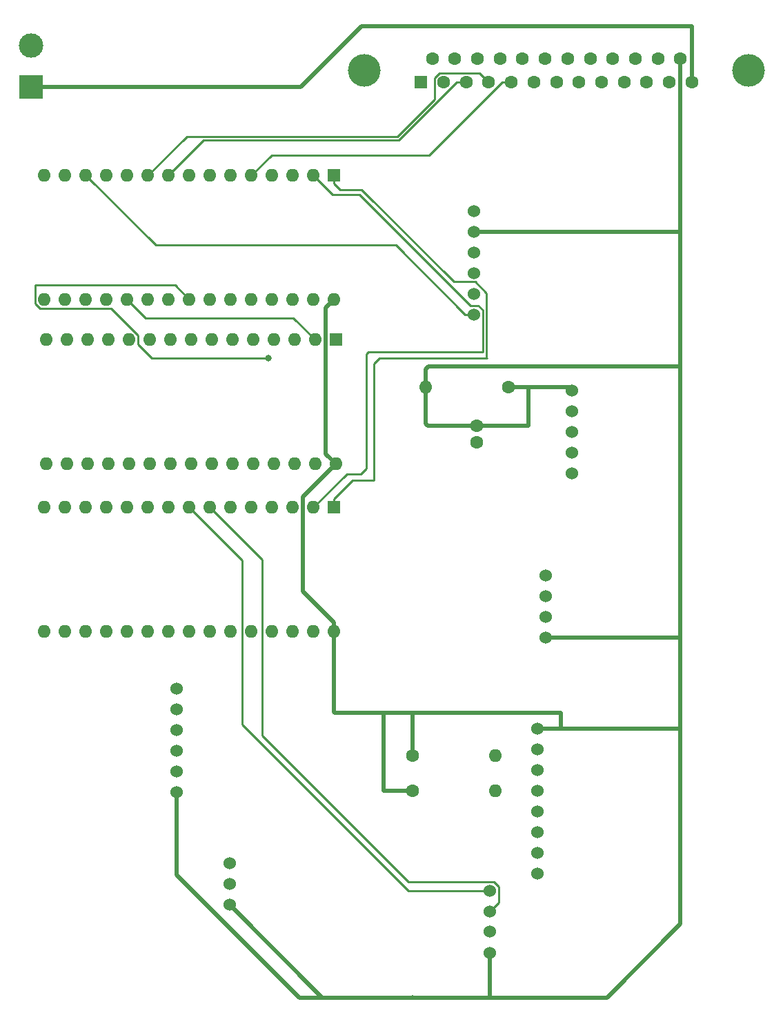
<source format=gbr>
G04 #@! TF.GenerationSoftware,KiCad,Pcbnew,(5.1.0)-1*
G04 #@! TF.CreationDate,2019-05-30T15:11:01+01:00*
G04 #@! TF.ProjectId,Eco-PCB-Final,45636f2d-5043-4422-9d46-696e616c2e6b,rev?*
G04 #@! TF.SameCoordinates,Original*
G04 #@! TF.FileFunction,Copper,L2,Bot*
G04 #@! TF.FilePolarity,Positive*
%FSLAX46Y46*%
G04 Gerber Fmt 4.6, Leading zero omitted, Abs format (unit mm)*
G04 Created by KiCad (PCBNEW (5.1.0)-1) date 2019-05-30 15:11:01*
%MOMM*%
%LPD*%
G04 APERTURE LIST*
%ADD10C,1.600000*%
%ADD11O,1.600000X1.600000*%
%ADD12C,1.524000*%
%ADD13R,1.600000X1.600000*%
%ADD14C,4.000000*%
%ADD15R,3.000000X3.000000*%
%ADD16C,3.000000*%
%ADD17C,0.800000*%
%ADD18C,0.250000*%
%ADD19C,0.508000*%
G04 APERTURE END LIST*
D10*
X127762000Y-73628000D03*
X127762000Y-71628000D03*
D11*
X121475500Y-66929000D03*
D10*
X131635500Y-66929000D03*
D12*
X127415000Y-45275500D03*
X127415000Y-47815500D03*
X127415000Y-50355500D03*
X127415000Y-52895500D03*
X127415000Y-55435500D03*
X127415000Y-57975500D03*
X129349500Y-128714500D03*
X129349500Y-131254500D03*
X129349500Y-133724500D03*
X129349500Y-136334500D03*
X139436500Y-67310000D03*
X139436500Y-69850000D03*
X139436500Y-72390000D03*
X139436500Y-74930000D03*
X139436500Y-77470000D03*
D10*
X119824500Y-112141000D03*
D11*
X129984500Y-112141000D03*
D10*
X119824500Y-116459000D03*
D11*
X129984500Y-116459000D03*
D12*
X97447000Y-127889000D03*
X97447000Y-130429000D03*
X97447000Y-125349000D03*
D13*
X120904000Y-29464000D03*
D10*
X123674000Y-29464000D03*
X126444000Y-29464000D03*
X129214000Y-29464000D03*
X131984000Y-29464000D03*
X134754000Y-29464000D03*
X137524000Y-29464000D03*
X140294000Y-29464000D03*
X143064000Y-29464000D03*
X145834000Y-29464000D03*
X148604000Y-29464000D03*
X151374000Y-29464000D03*
X154144000Y-29464000D03*
X122289000Y-26624000D03*
X125059000Y-26624000D03*
X127829000Y-26624000D03*
X130599000Y-26624000D03*
X133369000Y-26624000D03*
X136139000Y-26624000D03*
X138909000Y-26624000D03*
X141679000Y-26624000D03*
X144449000Y-26624000D03*
X147219000Y-26624000D03*
X149989000Y-26624000D03*
X152759000Y-26624000D03*
D14*
X161074000Y-28044000D03*
X113974000Y-28044000D03*
D13*
X110426500Y-61087000D03*
D11*
X77406500Y-76327000D03*
X107886500Y-61087000D03*
X79946500Y-76327000D03*
X105346500Y-61087000D03*
X82486500Y-76327000D03*
X102806500Y-61087000D03*
X85026500Y-76327000D03*
X100266500Y-61087000D03*
X87566500Y-76327000D03*
X97726500Y-61087000D03*
X90106500Y-76327000D03*
X95186500Y-61087000D03*
X92646500Y-76327000D03*
X92646500Y-61087000D03*
X95186500Y-76327000D03*
X90106500Y-61087000D03*
X97726500Y-76327000D03*
X87566500Y-61087000D03*
X100266500Y-76327000D03*
X85026500Y-61087000D03*
X102806500Y-76327000D03*
X82486500Y-61087000D03*
X105346500Y-76327000D03*
X79946500Y-61087000D03*
X107886500Y-76327000D03*
X77406500Y-61087000D03*
X110426500Y-76327000D03*
X74866500Y-61087000D03*
X74866500Y-76327000D03*
D12*
X90932000Y-116586000D03*
X90932000Y-114046000D03*
X90932000Y-111506000D03*
X90932000Y-108966000D03*
X90932000Y-106426000D03*
X90932000Y-103886000D03*
D13*
X110236000Y-81661000D03*
D11*
X77216000Y-96901000D03*
X107696000Y-81661000D03*
X79756000Y-96901000D03*
X105156000Y-81661000D03*
X82296000Y-96901000D03*
X102616000Y-81661000D03*
X84836000Y-96901000D03*
X100076000Y-81661000D03*
X87376000Y-96901000D03*
X97536000Y-81661000D03*
X89916000Y-96901000D03*
X94996000Y-81661000D03*
X92456000Y-96901000D03*
X92456000Y-81661000D03*
X94996000Y-96901000D03*
X89916000Y-81661000D03*
X97536000Y-96901000D03*
X87376000Y-81661000D03*
X100076000Y-96901000D03*
X84836000Y-81661000D03*
X102616000Y-96901000D03*
X82296000Y-81661000D03*
X105156000Y-96901000D03*
X79756000Y-81661000D03*
X107696000Y-96901000D03*
X77216000Y-81661000D03*
X110236000Y-96901000D03*
X74676000Y-81661000D03*
X74676000Y-96901000D03*
D12*
X136209500Y-89979500D03*
X136209500Y-92519500D03*
X136209500Y-95059500D03*
X136209500Y-97599500D03*
X135186000Y-108839000D03*
X135186000Y-111379000D03*
X135186000Y-113919000D03*
X135186000Y-116459000D03*
X135186000Y-118999000D03*
X135186000Y-121539000D03*
X135186000Y-124079000D03*
X135186000Y-126619000D03*
D11*
X74676000Y-56134000D03*
X74676000Y-40894000D03*
X110236000Y-56134000D03*
X77216000Y-40894000D03*
X107696000Y-56134000D03*
X79756000Y-40894000D03*
X105156000Y-56134000D03*
X82296000Y-40894000D03*
X102616000Y-56134000D03*
X84836000Y-40894000D03*
X100076000Y-56134000D03*
X87376000Y-40894000D03*
X97536000Y-56134000D03*
X89916000Y-40894000D03*
X94996000Y-56134000D03*
X92456000Y-40894000D03*
X92456000Y-56134000D03*
X94996000Y-40894000D03*
X89916000Y-56134000D03*
X97536000Y-40894000D03*
X87376000Y-56134000D03*
X100076000Y-40894000D03*
X84836000Y-56134000D03*
X102616000Y-40894000D03*
X82296000Y-56134000D03*
X105156000Y-40894000D03*
X79756000Y-56134000D03*
X107696000Y-40894000D03*
X77216000Y-56134000D03*
D13*
X110236000Y-40894000D03*
D15*
X73025000Y-30035500D03*
D16*
X73025000Y-24955500D03*
D17*
X102171500Y-63373000D03*
D18*
X73550999Y-56674001D02*
X73550999Y-54401501D01*
X87897500Y-63373000D02*
X86151501Y-61627001D01*
X102171500Y-63373000D02*
X87897500Y-63373000D01*
X86151501Y-61627001D02*
X86151501Y-60546999D01*
X86151501Y-60546999D02*
X82863503Y-57259001D01*
X82863503Y-57259001D02*
X74135999Y-57259001D01*
X74135999Y-57259001D02*
X73550999Y-56674001D01*
X90723501Y-54401501D02*
X92456000Y-56134000D01*
X73550999Y-54401501D02*
X90723501Y-54401501D01*
D19*
X73025000Y-30035500D02*
X106172000Y-30035500D01*
X106172000Y-30035500D02*
X113601500Y-22606000D01*
X119888000Y-141795500D02*
X108813500Y-141795500D01*
X108813500Y-141795500D02*
X97447000Y-130429000D01*
X110426500Y-76327000D02*
X109172499Y-75072999D01*
X110236000Y-95769630D02*
X106410001Y-91943631D01*
X152759000Y-47793500D02*
X152759000Y-26624000D01*
X106410001Y-91943631D02*
X106410001Y-80343499D01*
X109626501Y-77126999D02*
X110426500Y-76327000D01*
X140017500Y-108839000D02*
X152717500Y-108839000D01*
X152717500Y-108839000D02*
X152759000Y-108880500D01*
X152759000Y-132800500D02*
X143764000Y-141795500D01*
X152759000Y-58715500D02*
X152759000Y-47793500D01*
X152759000Y-97704500D02*
X152759000Y-108880500D01*
X109172499Y-75072999D02*
X109172499Y-57197501D01*
X127415000Y-47815500D02*
X152737000Y-47815500D01*
X129349500Y-141795500D02*
X119888000Y-141795500D01*
X109172499Y-57197501D02*
X109436001Y-56933999D01*
X143764000Y-141795500D02*
X129349500Y-141795500D01*
X129349500Y-136334500D02*
X129349500Y-137412130D01*
X119824500Y-141732000D02*
X119888000Y-141795500D01*
X90932000Y-126746000D02*
X105981500Y-141795500D01*
X152759000Y-108880500D02*
X152759000Y-132800500D01*
X129349500Y-137412130D02*
X129349500Y-141795500D01*
X109436001Y-56933999D02*
X110236000Y-56134000D01*
X106410001Y-80343499D02*
X109626501Y-77126999D01*
X152759000Y-61382500D02*
X152759000Y-58715500D01*
X110236000Y-96901000D02*
X110236000Y-95769630D01*
X105981500Y-141795500D02*
X108813500Y-141795500D01*
X90932000Y-116586000D02*
X90932000Y-126746000D01*
X152654000Y-97599500D02*
X152759000Y-97704500D01*
X136209500Y-97599500D02*
X152654000Y-97599500D01*
X152737000Y-47815500D02*
X152759000Y-47793500D01*
X152759000Y-97704500D02*
X152759000Y-67141500D01*
X110236000Y-106807000D02*
X110236000Y-96901000D01*
X110299500Y-106870500D02*
X110236000Y-106807000D01*
X119824500Y-106997500D02*
X119951500Y-106870500D01*
X119824500Y-112141000D02*
X119824500Y-106997500D01*
X138049000Y-106870500D02*
X119951500Y-106870500D01*
X116332000Y-116395500D02*
X116332000Y-106870500D01*
X116395500Y-116459000D02*
X116332000Y-116395500D01*
X119824500Y-116459000D02*
X116395500Y-116459000D01*
X119951500Y-106870500D02*
X116332000Y-106870500D01*
X116332000Y-106870500D02*
X110299500Y-106870500D01*
X138049000Y-108775500D02*
X138112500Y-108839000D01*
X138049000Y-106870500D02*
X138049000Y-108775500D01*
X135186000Y-108839000D02*
X138112500Y-108839000D01*
X138112500Y-108839000D02*
X140017500Y-108839000D01*
X113601500Y-22606000D02*
X154178000Y-22606000D01*
X154144000Y-22640000D02*
X154144000Y-29464000D01*
X154178000Y-22606000D02*
X154144000Y-22640000D01*
X152759000Y-64367000D02*
X121815000Y-64367000D01*
X152759000Y-64367000D02*
X152759000Y-61382500D01*
X152759000Y-67141500D02*
X152759000Y-64367000D01*
X121475500Y-64706500D02*
X121475500Y-66929000D01*
X121815000Y-64367000D02*
X121475500Y-64706500D01*
X139055500Y-66929000D02*
X139436500Y-67310000D01*
X121729500Y-71628000D02*
X127762000Y-71628000D01*
X121475500Y-66929000D02*
X121475500Y-71374000D01*
X121475500Y-71374000D02*
X121729500Y-71628000D01*
X134048500Y-66992500D02*
X133985000Y-66929000D01*
X134048500Y-71628000D02*
X134048500Y-66992500D01*
X127762000Y-71628000D02*
X134048500Y-71628000D01*
X131635500Y-66929000D02*
X133985000Y-66929000D01*
X133985000Y-66929000D02*
X139055500Y-66929000D01*
D18*
X93255999Y-82460999D02*
X92456000Y-81661000D01*
X98950999Y-88155999D02*
X93255999Y-82460999D01*
X98950999Y-108285499D02*
X98950999Y-88155999D01*
X119380000Y-128714500D02*
X98950999Y-108285499D01*
X129349500Y-128714500D02*
X119380000Y-128714500D01*
X129349500Y-131254500D02*
X130436501Y-130167499D01*
X101391501Y-109646501D02*
X101391501Y-88056501D01*
X130436501Y-128192739D02*
X129871261Y-127627499D01*
X119372499Y-127627499D02*
X101391501Y-109646501D01*
X130436501Y-130167499D02*
X130436501Y-128192739D01*
X95795999Y-82460999D02*
X94996000Y-81661000D01*
X129871261Y-127627499D02*
X119372499Y-127627499D01*
X101391501Y-88056501D02*
X95795999Y-82460999D01*
X127570763Y-53982501D02*
X124912001Y-53982501D01*
X128952010Y-55363748D02*
X127570763Y-53982501D01*
X110964000Y-42672000D02*
X110236000Y-41944000D01*
X113601500Y-42672000D02*
X110964000Y-42672000D01*
X124912001Y-53982501D02*
X113601500Y-42672000D01*
X110236000Y-41944000D02*
X110236000Y-40894000D01*
X128952010Y-63293010D02*
X128952010Y-62785010D01*
X128968500Y-63309500D02*
X128952010Y-63293010D01*
X115824000Y-63309500D02*
X128968500Y-63309500D01*
X115125500Y-64008000D02*
X115824000Y-63309500D01*
X128952010Y-62785010D02*
X128952010Y-55363748D01*
X128952010Y-62944990D02*
X128952010Y-62785010D01*
X110236000Y-81661000D02*
X110236000Y-80611000D01*
X110236000Y-80611000D02*
X112488000Y-78359000D01*
X112488000Y-78359000D02*
X115125500Y-78359000D01*
X115125500Y-78359000D02*
X115125500Y-64008000D01*
X126972297Y-56888499D02*
X113327298Y-43243500D01*
X128502001Y-58497261D02*
X128502001Y-57453739D01*
X128502001Y-57453739D02*
X127936761Y-56888499D01*
X113327298Y-43243500D02*
X110045500Y-43243500D01*
X110045500Y-43243500D02*
X107696000Y-40894000D01*
X111814999Y-77542001D02*
X113549701Y-77542001D01*
X128502001Y-62589701D02*
X128502001Y-57453739D01*
X127936761Y-56888499D02*
X126972297Y-56888499D01*
X107696000Y-81661000D02*
X111814999Y-77542001D01*
X114181501Y-76910201D02*
X114181501Y-62856499D01*
X113549701Y-77542001D02*
X114181501Y-76910201D01*
X114448299Y-62589701D02*
X128502001Y-62589701D01*
X114181501Y-62856499D02*
X114448299Y-62589701D01*
X105219500Y-58420000D02*
X87122000Y-58420000D01*
X107886500Y-61087000D02*
X105219500Y-58420000D01*
X87122000Y-58420000D02*
X84836000Y-56134000D01*
X94234000Y-36576000D02*
X89916000Y-40894000D01*
X126444000Y-29464000D02*
X125312630Y-29464000D01*
X118200630Y-36576000D02*
X94234000Y-36576000D01*
X125312630Y-29464000D02*
X118200630Y-36576000D01*
X123133999Y-28338999D02*
X122548999Y-28923999D01*
X87376000Y-40894000D02*
X92144010Y-36125990D01*
X122548999Y-31591221D02*
X118014230Y-36125990D01*
X129214000Y-29464000D02*
X128088999Y-28338999D01*
X122548999Y-28923999D02*
X122548999Y-31591221D01*
X104780510Y-36125990D02*
X104590010Y-36125990D01*
X128088999Y-28338999D02*
X123133999Y-28338999D01*
X92144010Y-36125990D02*
X104780510Y-36125990D01*
X118014230Y-36125990D02*
X104780510Y-36125990D01*
X130852630Y-29464000D02*
X121899130Y-38417500D01*
X131984000Y-29464000D02*
X130852630Y-29464000D01*
X121899130Y-38417500D02*
X102552500Y-38417500D01*
X102552500Y-38417500D02*
X100076000Y-40894000D01*
X126337370Y-57975500D02*
X117828370Y-49466500D01*
X88328500Y-49466500D02*
X79756000Y-40894000D01*
X127415000Y-57975500D02*
X126337370Y-57975500D01*
X117828370Y-49466500D02*
X88328500Y-49466500D01*
M02*

</source>
